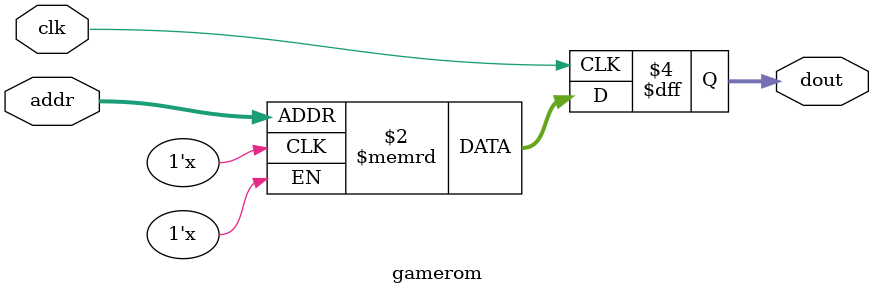
<source format=v>
module gamerom (
  input            clk,
  input [14:0]     addr,
  output reg [7:0] dout
);

  parameter MEM_INIT_FILE = "";
   
  reg [7:0] rom [0:32767];

  initial
    if (MEM_INIT_FILE != "")
      $readmemh(MEM_INIT_FILE, rom);
   
  always @(posedge clk) begin
    dout <= rom[addr];
  end

endmodule

</source>
